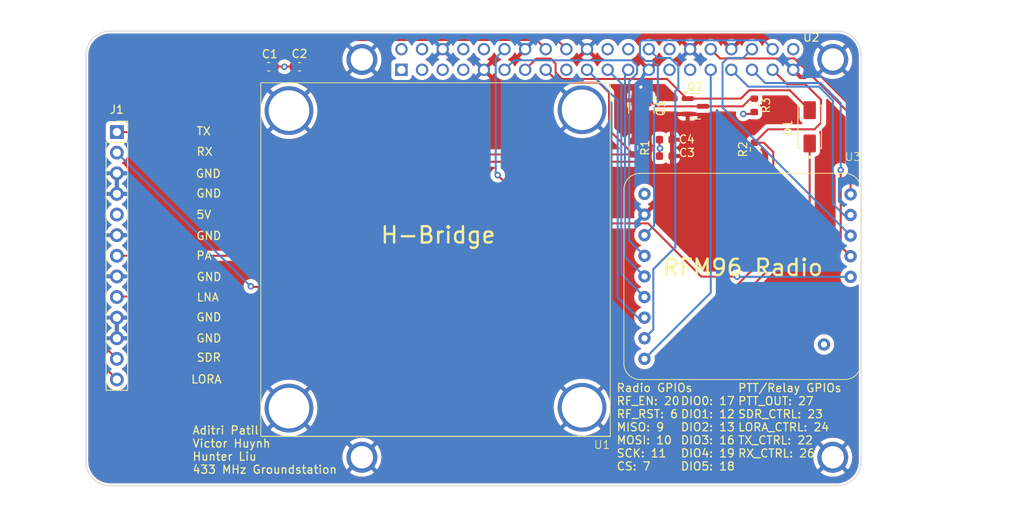
<source format=kicad_pcb>
(kicad_pcb (version 20241229) (generator "pcbnew") (generator_version "9.0")
  (title_block (title "433MHz Ground Station Board") (date "2025-04-07") (rev "1.3") (company "Stanford Student Space Initiative") (comment 1 "Aditri Patil, Victor Huynh"))
  (layers (0 "F.Cu" signal) (4 "In1.Cu" signal) (6 "In2.Cu" signal) (2 "B.Cu" signal) (13 "F.Paste" user) (15 "B.Paste" user) (5 "F.SilkS" user "F.Silkscreen") (7 "B.SilkS" user "B.Silkscreen") (1 "F.Mask" user) (3 "B.Mask" user) (25 "Edge.Cuts" user))
  (net 0 "")
  (net 1 "GND")
  (net 5 "LNA_PTT")
  (net 14 "/433_hat_board/PTT_OUT")
  (net 15 "/TX_CTRL")
  (net 16 "/LORA_CTRL")
  (net 17 "/SDR_CTRL")
  (net 18 "/RX_CTRL")
  (net 19 "/433_hat_board/DIO5")
  (net 20 "/433_hat_board/MISO")
  (net 21 "/433_hat_board/DIO3")
  (net 22 "/433_hat_board/enable")
  (net 23 "PA_PTT")
  (net 24 "+5V")
  (net 26 "/433_hat_board/RST")
  (net 27 "/433_hat_board/DIO4")
  (net 28 "/433_hat_board/DIO1")
  (net 29 "/433_hat_board/SCK")
  (net 30 "/433_hat_board/MOSI")
  (net 31 "/433_hat_board/DIO0")
  (net 32 "/433_hat_board/DIO2")
  (net 33 "Net-(Q1-G)")
  (net 35 "Net-(U3-Antenna)")
  (net 36 "/433_hat_board/CS")
  (footprint "Capacitor_SMD:C_0603_1608Metric" (layer "F.Cu") (at 170.928937 75.4)
    (property "Reference" "C3" (at 2.6162 -0.4064 0) (layer "F.SilkS"))
    (property "Value" "10uF")
    (fp_line (start -0.14058 -0.51) (end 0.14058 -0.51) (stroke (width 0.12)) (layer "F.SilkS"))
    (fp_line (start -0.14058 0.51) (end 0.14058 0.51) (stroke (width 0.12)) (layer "F.SilkS"))
    (pad "1" smd roundrect (at -0.775 0) (size 0.9 0.95) (layers "F.Cu" "F.Mask" "F.Paste") (net 24 "+5V"))
    (pad "2" smd roundrect (at 0.775 0) (size 0.9 0.95) (layers "F.Cu" "F.Mask" "F.Paste") (net 1 "GND"))
  )
  (footprint "Package_TO_SOT_SMD:SOT-23" (layer "F.Cu") (at 167.915776 69.476215 -90)
    (property "Reference" "Q1" (at 0 -2.4 270) (layer "F.SilkS"))
    (property "Value" "2N7002")
    (fp_line (start 0 1.56) (end -0.65 1.56) (stroke (width 0.12)) (layer "F.SilkS"))
    (fp_line (start 0 1.56) (end 0.65 1.56) (stroke (width 0.12)) (layer "F.SilkS"))
    (fp_line (start 0 -1.56) (end -0.65 -1.56) (stroke (width 0.12)) (layer "F.SilkS"))
    (fp_line (start 0 -1.56) (end 0.65 -1.56) (stroke (width 0.12)) (layer "F.SilkS"))
    (fp_poly (pts (xy -1.1625 -1.51) (xy -1.4025 -1.84) (xy -0.9225 -1.84)) (stroke (width 0.12)) (fill yes) (layer "F.SilkS"))
    (pad "1" smd roundrect (at -0.9375 -0.95 270) (size 1.475 0.6) (layers "F.Cu" "F.Mask" "F.Paste") (net 33 "Net-(Q1-G)"))
    (pad "2" smd roundrect (at -0.9375 0.95 270) (size 1.475 0.6) (layers "F.Cu" "F.Mask" "F.Paste") (net 1 "GND"))
    (pad "3" smd roundrect (at 0.9375 0 270) (size 1.475 0.6) (layers "F.Cu" "F.Mask" "F.Paste") (net 23 "PA_PTT"))
  )
  (footprint "Resistor_SMD:R_0603_1608Metric" (layer "F.Cu") (at 181.871002 74.573901 90)
    (property "Reference" "R2" (at 0 -1.43 90) (layer "F.SilkS"))
    (property "Value" "10k")
    (fp_line (start -0.237258 -0.5225) (end 0.237258 -0.5225) (stroke (width 0.12)) (layer "F.SilkS"))
    (fp_line (start -0.237258 0.5225) (end 0.237258 0.5225) (stroke (width 0.12)) (layer "F.SilkS"))
    (pad "1" smd roundrect (at -0.825 0 90) (size 0.8 0.95) (layers "F.Cu" "F.Mask" "F.Paste") (net 1 "GND"))
    (pad "2" smd roundrect (at 0.825 0 90) (size 0.8 0.95) (layers "F.Cu" "F.Mask" "F.Paste") (net 18 "/RX_CTRL"))
  )
  (footprint "ssi_IC:Raspberry_Pi_4B" (layer "F.Cu") (at 172.5 88)
    (property "Reference" "U2" (at 16.355908 -27.207487 0) (layer "F.SilkS"))
    (property "Value" "Raspberry_Pi_4B")
    (pad "1" thru_hole rect (at -34.13 -23.23) (size 1.524 1.524) (drill 1.016) (layers "*.Cu" "*.Mask"))
    (pad "2" thru_hole circle (at -34.13 -25.77) (size 1.524 1.524) (drill 1.016) (layers "*.Cu" "*.Mask") (net 24 "+5V"))
    (pad "3" thru_hole circle (at -31.59 -23.23) (size 1.524 1.524) (drill 1.016) (layers "*.Cu" "*.Mask"))
    (pad "4" thru_hole circle (at -31.59 -25.77) (size 1.524 1.524) (drill 1.016) (layers "*.Cu" "*.Mask") (net 24 "+5V"))
    (pad "5" thru_hole circle (at -29.05 -23.23) (size 1.524 1.524) (drill 1.016) (layers "*.Cu" "*.Mask"))
    (pad "6" thru_hole circle (at -29.05 -25.77) (size 1.524 1.524) (drill 1.016) (layers "*.Cu" "*.Mask") (net 1 "GND"))
    (pad "7" thru_hole circle (at -26.51 -23.23) (size 1.524 1.524) (drill 1.016) (layers "*.Cu" "*.Mask"))
    (pad "8" thru_hole circle (at -26.51 -25.77) (size 1.524 1.524) (drill 1.016) (layers "*.Cu" "*.Mask"))
    (pad "9" thru_hole circle (at -23.97 -23.23) (size 1.524 1.524) (drill 1.016) (layers "*.Cu" "*.Mask") (net 1 "GND"))
    (pad "10" thru_hole circle (at -23.97 -25.77) (size 1.524 1.524) (drill 1.016) (layers "*.Cu" "*.Mask"))
    (pad "11" thru_hole circle (at -21.43 -23.23) (size 1.524 1.524) (drill 1.016) (layers "*.Cu" "*.Mask") (net 31 "/433_hat_board/DIO0"))
    (pad "12" thru_hole circle (at -21.43 -25.77) (size 1.524 1.524) (drill 1.016) (layers "*.Cu" "*.Mask") (net 19 "/433_hat_board/DIO5"))
    (pad "13" thru_hole circle (at -18.89 -23.23) (size 1.524 1.524) (drill 1.016) (layers "*.Cu" "*.Mask") (net 14 "/433_hat_board/PTT_OUT"))
    (pad "14" thru_hole circle (at -18.89 -25.77) (size 1.524 1.524) (drill 1.016) (layers "*.Cu" "*.Mask") (net 1 "GND"))
    (pad "15" thru_hole circle (at -16.35 -23.23) (size 1.524 1.524) (drill 1.016) (layers "*.Cu" "*.Mask") (net 15 "/TX_CTRL"))
    (pad "16" thru_hole circle (at -16.35 -25.77) (size 1.524 1.524) (drill 1.016) (layers "*.Cu" "*.Mask") (net 17 "/SDR_CTRL"))
    (pad "17" thru_hole circle (at -13.81 -23.23) (size 1.524 1.524) (drill 1.016) (layers "*.Cu" "*.Mask"))
    (pad "18" thru_hole circle (at -13.81 -25.77) (size 1.524 1.524) (drill 1.016) (layers "*.Cu" "*.Mask") (net 16 "/LORA_CTRL"))
    (pad "19" thru_hole circle (at -11.27 -23.23) (size 1.524 1.524) (drill 1.016) (layers "*.Cu" "*.Mask") (net 30 "/433_hat_board/MOSI"))
    (pad "20" thru_hole circle (at -11.27 -25.77) (size 1.524 1.524) (drill 1.016) (layers "*.Cu" "*.Mask") (net 1 "GND"))
    (pad "21" thru_hole circle (at -8.73 -23.23) (size 1.524 1.524) (drill 1.016) (layers "*.Cu" "*.Mask") (net 20 "/433_hat_board/MISO"))
    (pad "22" thru_hole circle (at -8.73 -25.77) (size 1.524 1.524) (drill 1.016) (layers "*.Cu" "*.Mask"))
    (pad "23" thru_hole circle (at -6.19 -23.23) (size 1.524 1.524) (drill 1.016) (layers "*.Cu" "*.Mask") (net 29 "/433_hat_board/SCK"))
    (pad "24" thru_hole circle (at -6.19 -25.77) (size 1.524 1.524) (drill 1.016) (layers "*.Cu" "*.Mask"))
    (pad "25" thru_hole circle (at -3.65 -23.23) (size 1.524 1.524) (drill 1.016) (layers "*.Cu" "*.Mask") (net 1 "GND"))
    (pad "26" thru_hole circle (at -3.65 -25.77) (size 1.524 1.524) (drill 1.016) (layers "*.Cu" "*.Mask") (net 36 "/433_hat_board/CS"))
    (pad "27" thru_hole circle (at -1.11 -23.23) (size 1.524 1.524) (drill 1.016) (layers "*.Cu" "*.Mask"))
    (pad "28" thru_hole circle (at -1.11 -25.77) (size 1.524 1.524) (drill 1.016) (layers "*.Cu" "*.Mask"))
    (pad "29" thru_hole circle (at 1.43 -23.23) (size 1.524 1.524) (drill 1.016) (layers "*.Cu" "*.Mask"))
    (pad "30" thru_hole circle (at 1.43 -25.77) (size 1.524 1.524) (drill 1.016) (layers "*.Cu" "*.Mask") (net 1 "GND"))
    (pad "31" thru_hole circle (at 3.97 -23.23) (size 1.524 1.524) (drill 1.016) (layers "*.Cu" "*.Mask") (net 26 "/433_hat_board/RST"))
    (pad "32" thru_hole circle (at 3.97 -25.77) (size 1.524 1.524) (drill 1.016) (layers "*.Cu" "*.Mask") (net 28 "/433_hat_board/DIO1"))
    (pad "33" thru_hole circle (at 6.51 -23.23) (size 1.524 1.524) (drill 1.016) (layers "*.Cu" "*.Mask") (net 32 "/433_hat_board/DIO2"))
    (pad "34" thru_hole circle (at 6.51 -25.77) (size 1.524 1.524) (drill 1.016) (layers "*.Cu" "*.Mask") (net 1 "GND"))
    (pad "35" thru_hole circle (at 9.05 -23.23) (size 1.524 1.524) (drill 1.016) (layers "*.Cu" "*.Mask") (net 27 "/433_hat_board/DIO4"))
    (pad "36" thru_hole circle (at 9.05 -25.77) (size 1.524 1.524) (drill 1.016) (layers "*.Cu" "*.Mask") (net 21 "/433_hat_board/DIO3"))
    (pad "37" thru_hole circle (at 11.59 -23.23) (size 1.524 1.524) (drill 1.016) (layers "*.Cu" "*.Mask") (net 18 "/RX_CTRL"))
    (pad "38" thru_hole circle (at 11.59 -25.77) (size 1.524 1.524) (drill 1.016) (layers "*.Cu" "*.Mask") (net 22 "/433_hat_board/enable"))
    (pad "39" thru_hole circle (at 14.13 -23.23) (size 1.524 1.524) (drill 1.016) (layers "*.Cu" "*.Mask") (net 1 "GND"))
    (pad "40" thru_hole circle (at 14.13 -25.77) (size 1.524 1.524) (drill 1.016) (layers "*.Cu" "*.Mask"))
    (pad "S1" thru_hole circle (at -39 -24.5) (size 3.8124 3.8124) (drill 2.75) (layers "*.Cu" "*.Mask") (net 1 "GND"))
    (pad "S2" thru_hole circle (at 19 -24.5) (size 3.8124 3.8124) (drill 2.75) (layers "*.Cu" "*.Mask") (net 1 "GND"))
    (pad "S3" thru_hole circle (at 19 24.5) (size 3.8124 3.8124) (drill 2.75) (layers "*.Cu" "*.Mask") (net 1 "GND"))
    (pad "S4" thru_hole circle (at -39 24.5) (size 3.8124 3.8124) (drill 2.75) (layers "*.Cu" "*.Mask") (net 1 "GND"))
  )
  (footprint "Resistor_SMD:R_0603_1608Metric" (layer "F.Cu") (at 166.953937 74.375 -90)
    (property "Reference" "R1" (at 0 -1.43 90) (layer "F.SilkS"))
    (property "Value" "10k")
    (fp_line (start -0.237258 0.5225) (end 0.237258 0.5225) (stroke (width 0.12)) (layer "F.SilkS"))
    (fp_line (start -0.237258 -0.5225) (end 0.237258 -0.5225) (stroke (width 0.12)) (layer "F.SilkS"))
    (pad "1" smd roundrect (at -0.825 0 270) (size 0.8 0.95) (layers "F.Cu" "F.Mask" "F.Paste") (net 1 "GND"))
    (pad "2" smd roundrect (at 0.825 0 270) (size 0.8 0.95) (layers "F.Cu" "F.Mask" "F.Paste") (net 15 "/TX_CTRL"))
  )
  (footprint "ssi_IC:H-bridge module" (layer "F.Cu") (at 165.818408 91.645774 90)
    (property "Reference" "U1" (at -19.321739 -2.7375 0) (layer "F.SilkS") (effects (font (thickness 0.1))))
    (property "Value" "L298N_Module")
    (fp_line (start -18.275 -44.775) (end -18.275 -1.725) (stroke (width 0.1)) (layer "F.SilkS"))
    (fp_rect (start -18.275 -44.775) (end 25.275 -1.725) (stroke (width 0.1)) (fill no) (layer "F.SilkS"))
    (pad "4" thru_hole circle (at -14.8 -41.3 90) (size 6 6) (drill 5) (layers "*.Cu" "*.Mask") (net 1 "GND"))
    (pad "4" thru_hole circle (at -14.7 -5.2 90) (size 6 6) (drill 5) (layers "*.Cu" "*.Mask") (net 1 "GND"))
    (pad "4" thru_hole circle (at 21.85 -41.3 90) (size 6 6) (drill 5) (layers "*.Cu" "*.Mask") (net 1 "GND"))
    (pad "4" thru_hole circle (at 21.95 -5.2 90) (size 6 6) (drill 5) (layers "*.Cu" "*.Mask") (net 1 "GND"))
  )
  (footprint "Capacitor_SMD:C_0603_1608Metric" (layer "F.Cu") (at 122.019139 64.4 180)
    (property "Reference" "C1" (at -0.134798 1.566809 0) (layer "F.SilkS"))
    (property "Value" "10uF")
    (fp_line (start -0.14058 0.51) (end 0.14058 0.51) (stroke (width 0.12)) (layer "F.SilkS"))
    (fp_line (start -0.14058 -0.51) (end 0.14058 -0.51) (stroke (width 0.12)) (layer "F.SilkS"))
    (pad "1" smd roundrect (at -0.775 0 180) (size 0.9 0.95) (layers "F.Cu" "F.Mask" "F.Paste") (net 24 "+5V"))
    (pad "2" smd roundrect (at 0.775 0 180) (size 0.9 0.95) (layers "F.Cu" "F.Mask" "F.Paste") (net 1 "GND"))
  )
  (footprint "Capacitor_SMD:C_0603_1608Metric" (layer "F.Cu") (at 125.829139 64.4)
    (property "Reference" "C2" (at -0.0124 -1.6 0) (layer "F.SilkS"))
    (property "Value" "0.1uF")
    (fp_line (start -0.14058 -0.51) (end 0.14058 -0.51) (stroke (width 0.12)) (layer "F.SilkS"))
    (fp_line (start -0.14058 0.51) (end 0.14058 0.51) (stroke (width 0.12)) (layer "F.SilkS"))
    (pad "1" smd roundrect (at -0.775 0) (size 0.9 0.95) (layers "F.Cu" "F.Mask" "F.Paste") (net 24 "+5V"))
    (pad "2" smd roundrect (at 0.775 0) (size 0.9 0.95) (layers "F.Cu" "F.Mask" "F.Paste") (net 1 "GND"))
  )
  (footprint "ssi_IC:RFM96W" (layer "F.Cu") (at 194.990299 77.525767 -90)
    (property "Reference" "U3" (at -2.025767 1.011362 0) (layer "F.SilkS") (effects (font (thickness 0.1))))
    (property "Value" "RFM96W")
    (fp_line (start 23.398467 29.222724) (end 1.998467 29.222724) (stroke (width 0.1)) (layer "F.SilkS"))
    (fp_line (start -0.001533 27.222724) (end -0.001533 2.012724) (stroke (width 0.1)) (layer "F.SilkS"))
    (fp_line (start 25.398467 2.012724) (end 25.398467 27.222724) (stroke (width 0.1)) (layer "F.SilkS"))
    (fp_line (start 1.998467 0.012724) (end 23.398467 0.012724) (stroke (width 0.1)) (layer "F.SilkS"))
    (fp_arc (start 1.998467 29.222724) (mid 0.584253 28.636938) (end -0.001533 27.222724) (stroke (width 0.1)) (layer "F.SilkS"))
    (fp_arc (start 25.398467 27.222724) (mid 24.812681 28.636938) (end 23.398467 29.222724) (stroke (width 0.1)) (layer "F.SilkS"))
    (fp_arc (start -0.001533 2.012724) (mid 0.584253 0.59851) (end 1.998467 0.012724) (stroke (width 0.1)) (layer "F.SilkS"))
    (fp_arc (start 23.398467 0.012724) (mid 24.812681 0.59851) (end 25.398467 2.012724) (stroke (width 0.1)) (layer "F.SilkS"))
    (pad "1" thru_hole circle (at 2.538467 26.682724 270) (size 1.524 1.524) (drill 0.762) (layers "*.Cu" "*.Mask") (net 24 "+5V"))
    (pad "2" thru_hole circle (at 5.078467 26.682724 270) (size 1.524 1.524) (drill 0.762) (layers "*.Cu" "*.Mask") (net 1 "GND"))
    (pad "3" thru_hole circle (at 7.618467 26.682724 270) (size 1.524 1.524) (drill 0.762) (layers "*.Cu" "*.Mask") (net 22 "/433_hat_board/enable"))
    (pad "4" thru_hole circle (at 10.158467 26.682724 270) (size 1.524 1.524) (drill 0.762) (layers "*.Cu" "*.Mask") (net 31 "/433_hat_board/DIO0"))
    (pad "5" thru_hole circle (at 12.698467 26.682724 270) (size 1.524 1.524) (drill 0.762) (layers "*.Cu" "*.Mask") (net 29 "/433_hat_board/SCK"))
    (pad "6" thru_hole circle (at 15.238467 26.682724 270) (size 1.524 1.524) (drill 0.762) (layers "*.Cu" "*.Mask") (net 20 "/433_hat_board/MISO"))
    (pad "7" thru_hole circle (at 17.778467 26.682724 270) (size 1.524 1.524) (drill 0.762) (layers "*.Cu" "*.Mask") (net 30 "/433_hat_board/MOSI"))
    (pad "8" thru_hole circle (at 20.318467 26.682724 270) (size 1.524 1.524) (drill 0.762) (layers "*.Cu" "*.Mask") (net 36 "/433_hat_board/CS"))
    (pad "9" thru_hole circle (at 22.858467 26.682724 270) (size 1.524 1.524) (drill 0.762) (layers "*.Cu" "*.Mask") (net 26 "/433_hat_board/RST"))
    (pad "10" thru_hole circle (at 2.5908 1.2954 270) (size 1.524 1.524) (drill 0.762) (layers "*.Cu" "*.Mask") (net 28 "/433_hat_board/DIO1"))
    (pad "11" thru_hole circle (at 5.1308 1.2954 270) (size 1.524 1.524) (drill 0.762) (layers "*.Cu" "*.Mask") (net 32 "/433_hat_board/DIO2"))
    (pad "12" thru_hole circle (at 7.6708 1.2954 270) (size 1.524 1.524) (drill 0.762) (layers "*.Cu" "*.Mask") (net 21 "/433_hat_board/DIO3"))
    (pad "13" thru_hole circle (at 10.2108 1.2954 270) (size 1.524 1.524) (drill 0.762) (layers "*.Cu" "*.Mask") (net 27 "/433_hat_board/DIO4"))
    (pad "14" thru_hole circle (at 12.7508 1.2954 270) (size 1.524 1.524) (drill 0.762) (layers "*.Cu" "*.Mask") (net 19 "/433_hat_board/DIO5"))
    (pad "15" thru_hole circle (at 21.082 4.572 270) (size 1.524 1.524) (drill 0.762) (layers "*.Cu" "*.Mask") (net 35 "Net-(U3-Antenna)"))
  )
  (footprint "Capacitor_SMD:C_0603_1608Metric" (layer "F.Cu") (at 170.928937 73.37362)
    (property "Reference" "C4" (at 2.587585 -0.028974 0) (layer "F.SilkS"))
    (property "Value" "0.1uF")
    (fp_line (start -0.14058 -0.51) (end 0.14058 -0.51) (stroke (width 0.12)) (layer "F.SilkS"))
    (fp_line (start -0.14058 0.51) (end 0.14058 0.51) (stroke (width 0.12)) (layer "F.SilkS"))
    (pad "1" smd roundrect (at -0.775 0) (size 0.9 0.95) (layers "F.Cu" "F.Mask" "F.Paste") (net 24 "+5V"))
    (pad "2" smd roundrect (at 0.775 0) (size 0.9 0.95) (layers "F.Cu" "F.Mask" "F.Paste") (net 1 "GND"))
  )
  (footprint "Package_TO_SOT_SMD:SOT-23" (layer "F.Cu") (at 174.568621 69.273188)
    (property "Reference" "Q2" (at 0 -2.4 0) (layer "F.SilkS"))
    (property "Value" "2N7002")
    (fp_line (start 0 -1.56) (end -0.65 -1.56) (stroke (width 0.12)) (layer "F.SilkS"))
    (fp_line (start 0 -1.56) (end 0.65 -1.56) (stroke (width 0.12)) (layer "F.SilkS"))
    (fp_line (start 0 1.56) (end -0.65 1.56) (stroke (width 0.12)) (layer "F.SilkS"))
    (fp_line (start 0 1.56) (end 0.65 1.56) (stroke (width 0.12)) (layer "F.SilkS"))
    (fp_poly (pts (xy -1.1625 -1.51) (xy -1.4025 -1.84) (xy -0.9225 -1.84)) (stroke (width 0.12)) (fill yes) (layer "F.SilkS"))
    (pad "1" smd roundrect (at -0.9375 -0.95) (size 1.475 0.6) (layers "F.Cu" "F.Mask" "F.Paste") (net 14 "/433_hat_board/PTT_OUT"))
    (pad "2" smd roundrect (at -0.9375 0.95) (size 1.475 0.6) (layers "F.Cu" "F.Mask" "F.Paste") (net 1 "GND"))
    (pad "3" smd roundrect (at 0.9375 0) (size 1.475 0.6) (layers "F.Cu" "F.Mask" "F.Paste") (net 33 "Net-(Q1-G)"))
  )
  (footprint "Resistor_SMD:R_0603_1608Metric" (layer "F.Cu") (at 181.833934 69.152479 -90)
    (property "Reference" "R3" (at 0 -1.43 90) (layer "F.SilkS"))
    (property "Value" "100k")
    (fp_line (start -0.237258 0.5225) (end 0.237258 0.5225) (stroke (width 0.12)) (layer "F.SilkS"))
    (fp_line (start -0.237258 -0.5225) (end 0.237258 -0.5225) (stroke (width 0.12)) (layer "F.SilkS"))
    (pad "1" smd roundrect (at -0.825 0 270) (size 0.8 0.95) (layers "F.Cu" "F.Mask" "F.Paste") (net 33 "Net-(Q1-G)"))
    (pad "2" smd roundrect (at 0.825 0 270) (size 0.8 0.95) (layers "F.Cu" "F.Mask" "F.Paste") (net 24 "+5V"))
  )
  (footprint "ssi_diode:M7" (layer "F.Cu") (at 188.657821 71.793807 90)
    (property "Reference" "D1" (at -0.127235 -2.671685 90) (layer "F.SilkS") (effects (font (size 1.001756 1.001756))))
    (property "Value" "M7")
    (fp_line (start 2.65 -1.45) (end 2.65 -1.1) (stroke (width 0.127)) (layer "F.SilkS"))
    (fp_line (start -2.65 -1.45) (end 2.65 -1.45) (stroke (width 0.127)) (layer "F.SilkS"))
    (fp_line (start -2.65 -1.1) (end -2.65 -1.45) (stroke (width 0.127)) (layer "F.SilkS"))
    (fp_line (start -2.65 1.1) (end -2.65 1.45) (stroke (width 0.127)) (layer "F.SilkS"))
    (fp_line (start 2.65 1.45) (end 2.65 1.1) (stroke (width 0.127)) (layer "F.SilkS"))
    (fp_line (start -2.65 1.45) (end 2.65 1.45) (stroke (width 0.127)) (layer "F.SilkS"))
    (fp_circle (center -3.746 0) (end -3.646 0) (stroke (width 0.2)) (fill no) (layer "F.SilkS"))
    (pad "A" smd roundrect (at 2.05 0 90) (size 2.21 1.53) (layers "F.Cu" "F.Mask" "F.Paste") (roundrect_rratio 0.11) (net 14 "/433_hat_board/PTT_OUT"))
    (pad "C" smd roundrect (at -2.05 0 90) (size 2.21 1.53) (layers "F.Cu" "F.Mask" "F.Paste") (roundrect_rratio 0.11) (net 5 "LNA_PTT"))
  )
  (footprint "Connector_PinSocket_2.54mm:PinSocket_1x13_P2.54mm_Vertical" (layer "F.Cu") (at 103.313937 72.44)
    (property "Reference" "J1" (at 0 -2.77 0) (layer "F.SilkS"))
    (property "Value" "Conn_01x13_Pin")
    (fp_line (start -1.33 1.27) (end -1.33 31.81) (stroke (width 0.12)) (layer "F.SilkS"))
    (fp_line (start -1.33 1.27) (end 1.33 1.27) (stroke (width 0.12)) (layer "F.SilkS"))
    (fp_line (start -1.33 31.81) (end 1.33 31.81) (stroke (width 0.12)) (layer "F.SilkS"))
    (fp_line (start 0 -1.33) (end 1.33 -1.33) (stroke (width 0.12)) (layer "F.SilkS"))
    (fp_line (start 1.33 -1.33) (end 1.33 0) (stroke (width 0.12)) (layer "F.SilkS"))
    (fp_line (start 1.33 1.27) (end 1.33 31.81) (stroke (width 0.12)) (layer "F.SilkS"))
    (pad "1" thru_hole rect (at 0 0) (size 1.7 1.7) (drill 1) (layers "*.Cu" "*.Mask") (net 15 "/TX_CTRL"))
    (pad "2" thru_hole circle (at 0 2.54) (size 1.7 1.7) (drill 1) (layers "*.Cu" "*.Mask") (net 18 "/RX_CTRL"))
    (pad "3" thru_hole circle (at 0 5.08) (size 1.7 1.7) (drill 1) (layers "*.Cu" "*.Mask") (net 1 "GND"))
    (pad "4" thru_hole circle (at 0 7.62) (size 1.7 1.7) (drill 1) (layers "*.Cu" "*.Mask") (net 1 "GND"))
    (pad "5" thru_hole circle (at 0 10.16) (size 1.7 1.7) (drill 1) (layers "*.Cu" "*.Mask") (net 24 "+5V"))
    (pad "6" thru_hole circle (at 0 12.7) (size 1.7 1.7) (drill 1) (layers "*.Cu" "*.Mask") (net 1 "GND"))
    (pad "7" thru_hole circle (at 0 15.24) (size 1.7 1.7) (drill 1) (layers "*.Cu" "*.Mask") (net 23 "PA_PTT"))
    (pad "8" thru_hole circle (at 0 17.78) (size 1.7 1.7) (drill 1) (layers "*.Cu" "*.Mask") (net 1 "GND"))
    (pad "9" thru_hole circle (at 0 20.32) (size 1.7 1.7) (drill 1) (layers "*.Cu" "*.Mask") (net 5 "LNA_PTT"))
    (pad "10" thru_hole circle (at 0 22.86) (size 1.7 1.7) (drill 1) (layers "*.Cu" "*.Mask") (net 1 "GND"))
    (pad "11" thru_hole circle (at 0 25.4) (size 1.7 1.7) (drill 1) (layers "*.Cu" "*.Mask") (net 1 "GND"))
    (pad "12" thru_hole circle (at 0 27.94) (size 1.7 1.7) (drill 1) (layers "*.Cu" "*.Mask") (net 17 "/SDR_CTRL"))
    (pad "13" thru_hole circle (at 0 30.48) (size 1.7 1.7) (drill 1) (layers "*.Cu" "*.Mask") (net 16 "/LORA_CTRL"))
  )
  (gr_arc (start 102.503937 116) (mid 100.382646 115.121291) (end 99.503937 113) (stroke (width 0.1)) (layer "Edge.Cuts"))
  (gr_line (start 99.503937 113) (end 99.503937 63) (stroke (width 0.1)) (layer "Edge.Cuts"))
  (gr_line (start 192 60) (end 102.503937 60) (stroke (width 0.1)) (layer "Edge.Cuts"))
  (gr_arc (start 195 113) (mid 194.12133 115.12133) (end 192 116) (stroke (width 0.1)) (layer "Edge.Cuts"))
  (gr_line (start 195 63) (end 195 113) (stroke (width 0.1)) (layer "Edge.Cuts"))
  (gr_arc (start 99.503937 63) (mid 100.382617 60.87868) (end 102.503937 60) (stroke (width 0.1)) (layer "Edge.Cuts"))
  (gr_arc (start 192 60) (mid 194.12132 60.87868) (end 195 63) (stroke (width 0.1)) (layer "Edge.Cuts"))
  (gr_line (start 192 116) (end 102.503937 116) (stroke (width 0.1)) (layer "Edge.Cuts"))
  (gr_text "PTT/Relay GPIOs\nPTT_OUT: 27\nSDR_CTRL: 23\nLORA_CTRL: 24\nTX_CTRL: 22\nRX_CTRL: 26" (at 179.753937 112.6 0) (layer "F.SilkS") (effects (font (size 1 1)) (justify left bottom)))
  (gr_text "GND" (at 113.018459 85.804851 0) (layer "F.SilkS") (effects (font (size 1 1)) (justify left bottom)))
  (gr_text "LORA" (at 112.383208 103.480418 0) (layer "F.SilkS") (effects (font (size 1 1)) (justify left bottom)))
  (gr_text "GND" (at 113.027445 98.430968 0) (layer "F.SilkS") (effects (font (size 1 1)) (justify left bottom)))
  (gr_text "RX" (at 113.050908 75.453652 0) (layer "F.SilkS") (effects (font (size 1 1)) (justify left bottom)))
  (gr_text "5V" (at 113.027445 83.199954 0) (layer "F.SilkS") (effects (font (size 1 1)) (justify left bottom)))
  (gr_text "TX" (at 113.050908 72.922638 0) (layer "F.SilkS") (effects (font (size 1 1)) (justify left bottom)))
  (gr_text "RFM96 Radio" (at 170.353937 90.3 0) (layer "F.SilkS") (effects (font (size 2 2) (thickness 0.3)) (justify left bottom)))
  (gr_text "Aditri Patil\nVictor Huynh\nHunter Liu\n433 MHz Groundstation" (at 112.553937 114.6 0) (layer "F.SilkS") (effects (font (size 1 1)) (justify left bottom)))
  (gr_text "GND" (at 112.953562 78.146911 0) (layer "F.SilkS") (effects (font (size 1 1)) (justify left bottom)))
  (gr_text "H-Bridge" (at 135.653937 86.3 0) (layer "F.SilkS") (effects (font (size 2 2) (thickness 0.3)) (justify left bottom)))
  (gr_text "LNA" (at 113.059894 93.374431 0) (layer "F.SilkS") (effects (font (size 1 1)) (justify left bottom)))
  (gr_text "SDR" (at 113.06888 100.799737 0) (layer "F.SilkS") (effects (font (size 1 1)) (justify left bottom)))
  (gr_text "PA" (at 113.027445 88.247505 0) (layer "F.SilkS") (effects (font (size 1 1)) (justify left bottom)))
  (gr_text "Radio GPIOs\nRF_EN: 20\nRF_RST: 6\nMISO: 9\nMOSI: 10\nSCK: 11\nCS: 7" (at 164.803937 114.2 0) (layer "F.SilkS") (effects (font (size 1 1)) (justify left bottom)))
  (gr_text "GND" (at 113.050908 90.86688 0) (layer "F.SilkS") (effects (font (size 1 1)) (justify left bottom)))
  (gr_text "GND" (at 113.018459 80.580579 0) (layer "F.SilkS") (effects (font (size 1 1)) (justify left bottom)))
  (gr_text "DIO0: 17\nDIO1: 12\nDIO2: 13\nDIO3: 16\nDIO4: 19\nDIO5: 18" (at 172.703937 114.2 0) (layer "F.SilkS") (effects (font (size 1 1)) (justify left bottom)))
  (gr_text "GND" (at 113.027445 95.835056 0) (layer "F.SilkS") (effects (font (size 1 1)) (justify left bottom)))
  (via (at 167.853937 66.9) (size 0.8) (drill 0.4) (layers "F.Cu" "B.Cu") (net 1))
  (segment (start 188.653937 83.425) (end 188.653937 83.448083) (width 0.25) (layer "F.Cu") (net 5))
  (segment (start 188.657821 73.843807) (end 188.653937 73.847691) (width 0.25) (layer "F.Cu") (net 5))
  (segment (start 170.478937 102.5) (end 188.653937 84.325) (width 0.25) (layer "F.Cu") (net 5))
  (segment (start 103.373937 92.7) (end 103.313937 92.76) (width 0.25) (layer "F.Cu") (net 5))
  (segment (start 103.253937 92.7) (end 135.053937 92.7) (width 0.25) (layer "F.Cu") (net 5))
  (segment (start 188.653937 83.425) (end 188.653937 84.325) (width 0.25) (layer "F.Cu") (net 5))
  (segment (start 144.853937 102.5) (end 170.478937 102.5) (width 0.25) (layer "F.Cu") (net 5))
  (segment (start 135.053937 92.7) (end 144.853937 102.5) (width 0.25) (layer "F.Cu") (net 5))
  (segment (start 103.313937 92.76) (end 103.253937 92.7) (width 0.25) (layer "F.Cu") (net 5))
  (segment (start 188.653937 73.847691) (end 188.653937 84.325) (width 0.25) (layer "F.Cu") (net 5))
  (segment (start 171.085433 65.9) (end 158.153937 65.9) (width 0.25) (layer "F.Cu") (net 14))
  (segment (start 158.153937 65.9) (end 157.353937 65.1) (width 0.25) (layer "F.Cu") (net 14))
  (segment (start 154.98 63.4) (end 153.61 64.77) (width 0.25) (layer "F.Cu") (net 14))
  (segment (start 180.179643 68.323188) (end 173.508621 68.323188) (width 0.25) (layer "F.Cu") (net 14))
  (segment (start 156.753937 63.4) (end 154.98 63.4) (width 0.25) (layer "F.Cu") (net 14))
  (segment (start 157.353937 64) (end 156.753937 63.4) (width 0.25) (layer "F.Cu") (net 14))
  (segment (start 188.657821 69.743807) (end 186.208493 67.294479) (width 0.25) (layer "F.Cu") (net 14))
  (segment (start 181.208352 67.294479) (end 180.179643 68.323188) (width 0.25) (layer "F.Cu") (net 14))
  (segment (start 186.208493 67.294479) (end 181.208352 67.294479) (width 0.25) (layer "F.Cu") (net 14))
  (segment (start 157.353937 65.1) (end 157.353937 64) (width 0.25) (layer "F.Cu") (net 14))
  (segment (start 173.508621 68.323188) (end 171.085433 65.9) (width 0.25) (layer "F.Cu") (net 14))
  (segment (start 163.943408 67.589471) (end 162.724711 66.370774) (width 0.25) (layer "F.Cu") (net 15))
  (segment (start 166.953937 75.2) (end 163.943408 72.189471) (width 0.25) (layer "F.Cu") (net 15))
  (segment (start 162.724711 66.370774) (end 157.750774 66.370774) (width 0.25) (layer "F.Cu") (net 15))
  (segment (start 120.963395 75.2) (end 118.203395 72.44) (width 0.25) (layer "F.Cu") (net 15))
  (segment (start 118.203395 72.44) (end 103.313937 72.44) (width 0.25) (layer "F.Cu") (net 15))
  (segment (start 166.953937 75.2) (end 120.963395 75.2) (width 0.25) (layer "F.Cu") (net 15))
  (segment (start 163.943408 72.189471) (end 163.943408 67.589471) (width 0.25) (layer "F.Cu") (net 15))
  (segment (start 157.750774 66.370774) (end 156.15 64.77) (width 0.25) (layer "F.Cu") (net 15))
  (segment (start 100.773937 66.59) (end 100.773937 100.38) (width 0.25) (layer "F.Cu") (net 16))
  (segment (start 106.763937 60.6) (end 100.773937 66.59) (width 0.25) (layer "F.Cu") (net 16))
  (segment (start 158.69 62.23) (end 157.06 60.6) (width 0.25) (layer "F.Cu") (net 16))
  (segment (start 157.06 60.6) (end 106.763937 60.6) (width 0.25) (layer "F.Cu") (net 16))
  (segment (start 100.773937 100.38) (end 103.313937 102.92) (width 0.25) (layer "F.Cu") (net 16))
  (segment (start 101.408937 98.475) (end 103.313937 100.38) (width 0.25) (layer "F.Cu") (net 17))
  (segment (start 101.408937 68.58) (end 101.408937 98.475) (width 0.25) (layer "F.Cu") (net 17))
  (segment (start 155.02 61.1) (end 108.888937 61.1) (width 0.25) (layer "F.Cu") (net 17))
  (segment (start 108.888937 61.1) (end 101.408937 68.58) (width 0.25) (layer "F.Cu") (net 17))
  (segment (start 156.15 62.23) (end 155.02 61.1) (width 0.25) (layer "F.Cu") (net 17))
  (segment (start 185.856479 66.536479) (end 188.121765 66.536479) (width 0.25) (layer "F.Cu") (net 18))
  (segment (start 169.204242 101.8) (end 184.170908 86.833334) (width 0.25) (layer "F.Cu") (net 18))
  (segment (start 184.170908 86.833334) (end 184.170908 86.75) (width 0.25) (layer "F.Cu") (net 18))
  (segment (start 184.170908 86.783029) (end 184.170908 74.907513) (width 0.25) (layer "F.Cu") (net 18))
  (segment (start 145.153937 101.8) (end 169.204242 101.8) (width 0.25) (layer "F.Cu") (net 18))
  (segment (start 189.250908 72.105807) (end 183.514096 72.105807) (width 0.25) (layer "F.Cu") (net 18))
  (segment (start 188.121765 66.536479) (end 190.055821 68.470535) (width 0.25) (layer "F.Cu") (net 18))
  (segment (start 183.012296 73.748901) (end 181.871002 73.748901) (width 0.25) (layer "F.Cu") (net 18))
  (segment (start 184.170908 74.907513) (end 183.012296 73.748901) (width 0.25) (layer "F.Cu") (net 18))
  (segment (start 119.84645 91.512513) (end 134.86645 91.512513) (width 0.25) (layer "F.Cu") (net 18))
  (segment (start 184.09 64.77) (end 185.856479 66.536479) (width 0.25) (layer "F.Cu") (net 18))
  (segment (start 190.055821 71.300894) (end 189.250908 72.105807) (width 0.25) (layer "F.Cu") (net 18))
  (segment (start 190.055821 68.470535) (end 190.055821 71.300894) (width 0.25) (layer "F.Cu") (net 18))
  (segment (start 183.514096 72.105807) (end 181.871002 73.748901) (width 0.25) (layer "F.Cu") (net 18))
  (segment (start 134.86645 91.512513) (end 145.153937 101.8) (width 0.25) (layer "F.Cu") (net 18))
  (via (at 119.823937 91.44) (size 0.8) (drill 0.4) (layers "F.Cu" "B.Cu") (net 18))
  (segment (start 119.773937 91.44) (end 119.823937 91.44) (width 0.25) (layer "B.Cu") (net 18))
  (segment (start 103.313937 74.98) (end 119.773937 91.44) (width 0.25) (layer "B.Cu") (net 18))
  (segment (start 156.170171 83.691234) (end 150.228937 77.75) (width 0.25) (layer "F.Cu") (net 19))
  (segment (start 175.316592 90.25) (end 168.757826 83.691234) (width 0.25) (layer "F.Cu") (net 19))
  (segment (start 179.728937 90.25) (end 175.316592 90.25) (width 0.25) (layer "F.Cu") (net 19))
  (segment (start 168.757826 83.691234) (end 156.170171 83.691234) (width 0.25) (layer "F.Cu") (net 19))
  (via (at 150.228937 77.75) (size 0.8) (drill 0.4) (layers "F.Cu" "B.Cu") (net 19))
  (via (at 179.728937 90.25) (size 0.8) (drill 0.4) (layers "F.Cu" "B.Cu") (net 19))
  (segment (start 149.983 77.504063) (end 149.983 63.317) (width 0.25) (layer "B.Cu") (net 19))
  (segment (start 150.228937 77.75) (end 149.983 77.504063) (width 0.25) (layer "B.Cu") (net 19))
  (segment (start 179.755504 90.276567) (end 179.728937 90.25) (width 0.25) (layer "B.Cu") (net 19))
  (segment (start 193.694899 90.276567) (end 179.755504 90.276567) (width 0.25) (layer "B.Cu") (net 19))
  (segment (start 149.983 63.317) (end 151.07 62.23) (width 0.25) (layer "B.Cu") (net 19))
  (segment (start 165.453937 89.910596) (end 165.453937 66.453937) (width 0.25) (layer "B.Cu") (net 20))
  (segment (start 168.307575 92.764234) (end 165.453937 89.910596) (width 0.25) (layer "B.Cu") (net 20))
  (segment (start 165.453937 66.453937) (end 163.77 64.77) (width 0.25) (layer "B.Cu") (net 20))
  (segment (start 193.694899 85.196567) (end 177.923 69.424668) (width 0.25) (layer "B.Cu") (net 21))
  (segment (start 180.463 63.317) (end 181.55 62.23) (width 0.25) (layer "B.Cu") (net 21))
  (segment (start 177.923 63.953749) (end 178.559749 63.317) (width 0.25) (layer "B.Cu") (net 21))
  (segment (start 178.559749 63.317) (end 180.463 63.317) (width 0.25) (layer "B.Cu") (net 21))
  (segment (start 177.923 69.424668) (end 177.923 63.953749) (width 0.25) (layer "B.Cu") (net 21))
  (segment (start 184.09 62.23) (end 183.003 61.143) (width 0.25) (layer "B.Cu") (net 22))
  (segment (start 169.300251 63.683) (end 169.953937 64.336686) (width 0.25) (layer "B.Cu") (net 22))
  (segment (start 168.010937 61.143) (end 167.753937 61.4) (width 0.25) (layer "B.Cu") (net 22))
  (segment (start 167.753937 61.4) (end 167.753937 63.037188) (width 0.25) (layer "B.Cu") (net 22))
  (segment (start 168.399749 63.683) (end 169.300251 63.683) (width 0.25) (layer "B.Cu") (net 22))
  (segment (start 169.491522 83.960287) (end 169.491522 69.392145) (width 0.25) (layer "B.Cu") (net 22))
  (segment (start 169.953937 68.92973) (end 169.556302 69.327365) (width 0.25) (layer "B.Cu") (net 22))
  (segment (start 167.753937 63.037188) (end 168.399749 63.683) (width 0.25) (layer "B.Cu") (net 22))
  (segment (start 168.307575 85.144234) (end 169.491522 83.960287) (width 0.25) (layer "B.Cu") (net 22))
  (segment (start 169.953937 64.336686) (end 169.953937 68.92973) (width 0.25) (layer "B.Cu") (net 22))
  (segment (start 169.491522 69.392145) (end 169.556302 69.327365) (width 0.25) (layer "B.Cu") (net 22))
  (segment (start 183.003 61.143) (end 168.010937 61.143) (width 0.25) (layer "B.Cu") (net 22))
  (segment (start 118.684923 87.125986) (end 129.710908 76.1) (width 0.25) (layer "F.Cu") (net 23))
  (segment (start 118.130909 87.68) (end 118.684923 87.125986) (width 0.25) (layer "F.Cu") (net 23))
  (segment (start 167.276941 76.1) (end 167.915776 75.461165) (width 0.25) (layer "F.Cu") (net 23))
  (segment (start 103.313937 87.68) (end 118.130909 87.68) (width 0.25) (layer "F.Cu") (net 23))
  (segment (start 167.915776 75.461165) (end 167.915776 70.413715) (width 0.25) (layer "F.Cu") (net 23))
  (segment (start 118.130908 87.68) (end 118.684923 87.125986) (width 0.25) (layer "F.Cu") (net 23))
  (segment (start 129.710908 76.1) (end 167.276941 76.1) (width 0.25) (layer "F.Cu") (net 23))
  (segment (start 181.605225 70.206188) (end 181.833934 69.977479) (width 0.25) (layer "F.Cu") (net 24))
  (segment (start 123.920746 64.366809) (end 123.953937 64.4) (width 0.25) (layer "F.Cu") (net 24))
  (segment (start 180.478937 70.206188) (end 181.605225 70.206188) (width 0.25) (layer "F.Cu") (net 24))
  (segment (start 123.987128 64.366809) (end 123.953937 64.4) (width 0.25) (layer "F.Cu") (net 24))
  (segment (start 170.216522 74.444646) (end 170.153937 74.507231) (width 0.25) (layer "F.Cu") (net 24))
  (segment (start 170.055089 75.301152) (end 170.153937 75.4) (width 0.25) (layer "F.Cu") (net 24))
  (segment (start 170.153937 74.507231) (end 170.153937 75.4) (width 0.25) (layer "F.Cu") (net 24))
  (segment (start 170.153937 74.382061) (end 170.216522 74.444646) (width 0.25) (layer "F.Cu") (net 24))
  (segment (start 125.054139 64.366809) (end 123.987128 64.366809) (width 0.25) (layer "F.Cu") (net 24))
  (segment (start 170.153937 73.37362) (end 170.153937 74.382061) (width 0.25) (layer "F.Cu") (net 24))
  (segment (start 122.794139 64.366809) (end 123.920746 64.366809) (width 0.25) (layer "F.Cu") (net 24))
  (via (at 170.216522 74.444646) (size 0.8) (drill 0.4) (layers "F.Cu" "B.Cu") (net 24))
  (via (at 180.478937 70.206188) (size 0.8) (drill 0.4) (layers "F.Cu" "B.Cu") (net 24))
  (via (at 123.953937 64.4) (size 0.8) (drill 0.4) (layers "F.Cu" "B.Cu") (net 24))
  (segment (start 168.307575 100.384234) (end 176.47 92.221809) (width 0.25) (layer "B.Cu") (net 26))
  (segment (start 176.47 92.221809) (end 176.47 64.77) (width 0.25) (layer "B.Cu") (net 26))
  (segment (start 192.478937 77.125) (end 192.478937 86.520605) (width 0.25) (layer "F.Cu") (net 27))
  (segment (start 192.478937 86.520605) (end 193.694899 87.736567) (width 0.25) (layer "F.Cu") (net 27))
  (via (at 192.478937 77.125) (size 0.8) (drill 0.4) (layers "F.Cu" "B.Cu") (net 27))
  (segment (start 192.478937 68.888604) (end 192.478937 77.125) (width 0.25) (layer "B.Cu") (net 27))
  (segment (start 183.18 66.4) (end 189.990333 66.4) (width 0.25) (layer "B.Cu") (net 27))
  (segment (start 181.55 64.77) (end 183.18 66.4) (width 0.25) (layer "B.Cu") (net 27))
  (segment (start 189.990333 66.4) (end 192.478937 68.888604) (width 0.25) (layer "B.Cu") (net 27))
  (segment (start 193.694899 70.297648) (end 186.772251 63.375) (width 0.25) (layer "F.Cu") (net 28))
  (segment (start 186.772251 63.375) (end 177.615 63.375) (width 0.25) (layer "F.Cu") (net 28))
  (segment (start 193.694899 80.116567) (end 193.694899 70.297648) (width 0.25) (layer "F.Cu") (net 28))
  (segment (start 177.615 63.375) (end 176.47 62.23) (width 0.25) (layer "F.Cu") (net 28))
  (segment (start 168.307575 90.224234) (end 165.903937 87.820596) (width 0.25) (layer "B.Cu") (net 29))
  (segment (start 165.903937 87.820596) (end 165.903937 65.176063) (width 0.25) (layer "B.Cu") (net 29))
  (segment (start 165.903937 65.176063) (end 166.31 64.77) (width 0.25) (layer "B.Cu") (net 29))
  (segment (start 165.003937 92.812138) (end 165.003937 68.543937) (width 0.25) (layer "B.Cu") (net 30))
  (segment (start 168.307575 95.304234) (end 167.496033 95.304234) (width 0.25) (layer "B.Cu") (net 30))
  (segment (start 167.496033 95.304234) (end 165.003937 92.812138) (width 0.25) (layer "B.Cu") (net 30))
  (segment (start 165.003937 68.543937) (end 161.23 64.77) (width 0.25) (layer "B.Cu") (net 30))
  (segment (start 161.23 64.77) (end 160.662828 64.77) (width 0.25) (layer "B.Cu") (net 30))
  (segment (start 167.397 65.220251) (end 167.397 64.243063) (width 0.25) (layer "B.Cu") (net 31))
  (segment (start 167.397 64.243063) (end 166.753937 63.6) (width 0.25) (layer "B.Cu") (net 31))
  (segment (start 166.753937 63.6) (end 152.24 63.6) (width 0.25) (layer "B.Cu") (net 31))
  (segment (start 166.431546 85.808205) (end 166.431546 66.185705) (width 0.25) (layer "B.Cu") (net 31))
  (segment (start 168.307575 87.684234) (end 166.431546 85.808205) (width 0.25) (layer "B.Cu") (net 31))
  (segment (start 166.431546 66.185705) (end 167.397 65.220251) (width 0.25) (layer "B.Cu") (net 31))
  (segment (start 152.24 63.6) (end 151.07 64.77) (width 0.25) (layer "B.Cu") (net 31))
  (segment (start 192.90587 82.67908) (end 191.51087 81.28408) (width 0.25) (layer "B.Cu") (net 32))
  (segment (start 181.09 66.85) (end 179.01 64.77) (width 0.25) (layer "B.Cu") (net 32))
  (segment (start 191.51087 68.556933) (end 189.803937 66.85) (width 0.25) (layer "B.Cu") (net 32))
  (segment (start 189.803937 66.85) (end 181.09 66.85) (width 0.25) (layer "B.Cu") (net 32))
  (segment (start 191.51087 81.28408) (end 191.51087 68.556933) (width 0.25) (layer "B.Cu") (net 32))
  (segment (start 169.722749 69.273188) (end 168.865776 68.416215) (width 0.25) (layer "F.Cu") (net 33))
  (segment (start 181.833934 68.327479) (end 181.358934 68.327479) (width 0.25) (layer "F.Cu") (net 33))
  (segment (start 181.358934 68.327479) (end 180.413225 69.273188) (width 0.25) (layer "F.Cu") (net 33))
  (segment (start 180.413225 69.273188) (end 175.628621 69.273188) (width 0.25) (layer "F.Cu") (net 33))
  (segment (start 175.628621 69.273188) (end 169.722749 69.273188) (width 0.25) (layer "F.Cu") (net 33))
  (segment (start 172.477 67.043063) (end 172.477 64.319749) (width 0.25) (layer "B.Cu") (net 36))
  (segment (start 172.103937 67.416126) (end 172.477 67.043063) (width 0.25) (layer "B.Cu") (net 36))
  (segment (start 172.477 64.319749) (end 171.474251 63.317) (width 0.25) (layer "B.Cu") (net 36))
  (segment (start 169.394575 96.757234) (end 169.394575 89.334362) (width 0.25) (layer "B.Cu") (net 36))
  (segment (start 169.394575 89.334362) (end 172.103937 86.625) (width 0.25) (layer "B.Cu") (net 36))
  (segment (start 172.103937 86.625) (end 172.103937 67.416126) (width 0.25) (layer "B.Cu") (net 36))
  (segment (start 168.307575 97.844234) (end 169.394575 96.757234) (width 0.25) (layer "B.Cu") (net 36))
  (segment (start 169.937 63.317) (end 168.85 62.23) (width 0.25) (layer "B.Cu") (net 36))
  (segment (start 171.474251 63.317) (end 169.937 63.317) (width 0.25) (layer "B.Cu") (net 36))
  (zone (net 1) (net_name "GND") (layers "F.Cu" "B.Cu" "In1.Cu") (priority 1) (connect_pads (clearance 0.5)) (min_thickness 0.25) (fill yes (thermal_gap 0.5) (thermal_bridge_width 0.5))
    (polygon (pts (xy 199.410908 120.627513) (xy 199.918908 56.238513) (xy 92.095908 56.174627) (xy 91.460908 120.627513)))
  )
)
</source>
